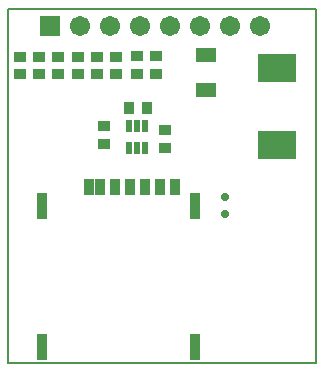
<source format=gbs>
%FSLAX25Y25*%
%MOIN*%
G70*
G01*
G75*
G04 Layer_Color=16711935*
%ADD10C,0.01000*%
%ADD11C,0.01500*%
%ADD12C,0.02000*%
%ADD13R,0.02362X0.03937*%
%ADD14R,0.03347X0.02756*%
%ADD15R,0.02756X0.03347*%
%ADD16R,0.03150X0.03937*%
%ADD17R,0.06000X0.07874*%
%ADD18R,0.03150X0.07000*%
%ADD19R,0.03937X0.03150*%
%ADD20R,0.09843X0.11811*%
%ADD21O,0.07087X0.02362*%
%ADD22O,0.02362X0.07087*%
%ADD23C,0.01200*%
%ADD24C,0.00800*%
%ADD25R,0.12700X0.10700*%
%ADD26R,0.06900X0.08800*%
%ADD27C,0.00500*%
%ADD28C,0.05906*%
%ADD29R,0.05906X0.05906*%
%ADD30C,0.02000*%
%ADD31C,0.04000*%
%ADD32R,0.11811X0.08661*%
%ADD33R,0.02559X0.04843*%
%ADD34R,0.02756X0.08268*%
%ADD35R,0.01575X0.03347*%
%ADD36R,0.05906X0.03937*%
%ADD37R,0.12100X0.10500*%
%ADD38R,0.22700X0.10400*%
%ADD39R,0.10900X0.05300*%
%ADD40R,0.07200X0.31400*%
%ADD41C,0.00400*%
%ADD42R,0.03162X0.04737*%
%ADD43R,0.04147X0.03556*%
%ADD44R,0.03556X0.04147*%
%ADD45R,0.03950X0.04737*%
%ADD46R,0.06800X0.08674*%
%ADD47R,0.03950X0.07800*%
%ADD48R,0.04737X0.03950*%
%ADD49R,0.10642X0.12611*%
%ADD50O,0.07887X0.03162*%
%ADD51O,0.03162X0.07887*%
%ADD52C,0.06706*%
%ADD53R,0.06706X0.06706*%
%ADD54C,0.02800*%
%ADD55R,0.12611X0.09461*%
%ADD56R,0.03359X0.05643*%
%ADD57R,0.03556X0.09068*%
%ADD58R,0.02375X0.04147*%
%ADD59R,0.06706X0.04737*%
D27*
X0Y0D02*
X102362D01*
X0Y-118110D02*
Y0D01*
Y-118110D02*
X102362D01*
Y0D01*
D43*
X31800Y-45006D02*
D03*
Y-39100D02*
D03*
X52100Y-46200D02*
D03*
Y-40295D02*
D03*
X35914Y-21800D02*
D03*
Y-15894D02*
D03*
X49300Y-21600D02*
D03*
Y-15695D02*
D03*
X43000Y-15700D02*
D03*
Y-21606D02*
D03*
X23029Y-21800D02*
D03*
Y-15894D02*
D03*
X29471Y-15894D02*
D03*
Y-21800D02*
D03*
X16586Y-21800D02*
D03*
Y-15894D02*
D03*
X3700Y-21800D02*
D03*
Y-15894D02*
D03*
X10143Y-15894D02*
D03*
Y-21800D02*
D03*
D44*
X40300Y-33100D02*
D03*
X46205D02*
D03*
D52*
X83900Y-5600D02*
D03*
X73900D02*
D03*
X63900D02*
D03*
X53900D02*
D03*
X43900D02*
D03*
X33900D02*
D03*
X23900D02*
D03*
D53*
X13900D02*
D03*
D54*
X72200Y-68400D02*
D03*
X72300Y-62800D02*
D03*
D55*
X89500Y-19600D02*
D03*
Y-45191D02*
D03*
D56*
X26900Y-59200D02*
D03*
X30640D02*
D03*
X55640D02*
D03*
X50640D02*
D03*
X45640D02*
D03*
X40640D02*
D03*
X35640D02*
D03*
D57*
X62215Y-65558D02*
D03*
Y-112802D02*
D03*
X11073Y-65558D02*
D03*
Y-112802D02*
D03*
D58*
X45359Y-38958D02*
D03*
X42800Y-46242D02*
D03*
X45359D02*
D03*
X42800Y-38958D02*
D03*
X40241D02*
D03*
Y-46242D02*
D03*
D59*
X65800Y-15200D02*
D03*
Y-27011D02*
D03*
M02*

</source>
